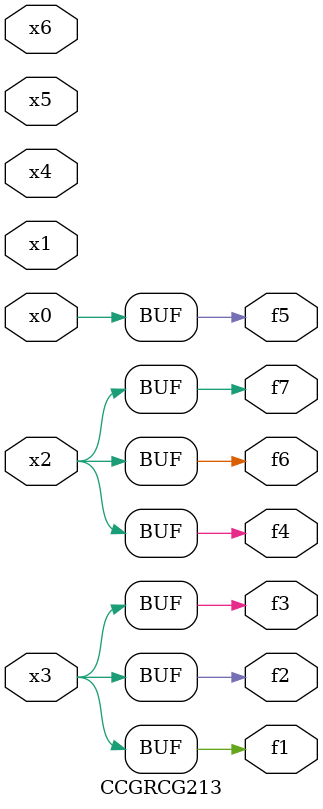
<source format=v>
module CCGRCG213(
	input x0, x1, x2, x3, x4, x5, x6,
	output f1, f2, f3, f4, f5, f6, f7
);
	assign f1 = x3;
	assign f2 = x3;
	assign f3 = x3;
	assign f4 = x2;
	assign f5 = x0;
	assign f6 = x2;
	assign f7 = x2;
endmodule

</source>
